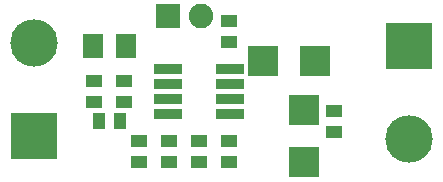
<source format=gts>
G75*
%MOIN*%
%OFA0B0*%
%FSLAX25Y25*%
%IPPOS*%
%LPD*%
%AMOC8*
5,1,8,0,0,1.08239X$1,22.5*
%
%ADD10R,0.05524X0.03950*%
%ADD11R,0.03950X0.05524*%
%ADD12R,0.15800X0.15800*%
%ADD13C,0.15800*%
%ADD14R,0.08200X0.08200*%
%ADD15C,0.08200*%
%ADD16R,0.07099X0.07887*%
%ADD17R,0.09500X0.03200*%
%ADD18R,0.10249X0.10249*%
D10*
X0098250Y0021157D03*
X0108250Y0021157D03*
X0118250Y0021157D03*
X0128250Y0021157D03*
X0128250Y0028243D03*
X0118250Y0028243D03*
X0108250Y0028243D03*
X0098250Y0028243D03*
X0093250Y0041157D03*
X0083250Y0041157D03*
X0083250Y0048243D03*
X0093250Y0048243D03*
X0128250Y0061157D03*
X0128250Y0068243D03*
X0163250Y0038243D03*
X0163250Y0031157D03*
D11*
X0091793Y0034700D03*
X0084707Y0034700D03*
D12*
X0063250Y0029700D03*
X0188250Y0059700D03*
D13*
X0188250Y0028653D03*
X0063250Y0060747D03*
D14*
X0107750Y0069700D03*
D15*
X0118750Y0069700D03*
D16*
X0093762Y0059700D03*
X0082738Y0059700D03*
D17*
X0107950Y0052200D03*
X0107950Y0047200D03*
X0107950Y0042200D03*
X0107950Y0037200D03*
X0128550Y0037200D03*
X0128550Y0042200D03*
X0128550Y0047200D03*
X0128550Y0052200D03*
D18*
X0139589Y0054700D03*
X0156911Y0054700D03*
X0153250Y0038361D03*
X0153250Y0021039D03*
M02*

</source>
